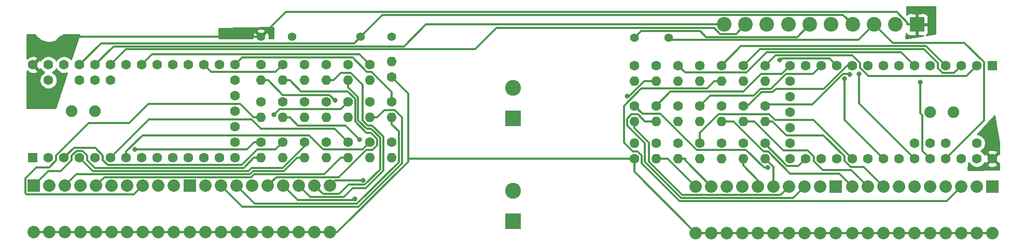
<source format=gtl>
G04 #@! TF.GenerationSoftware,KiCad,Pcbnew,5.1.4+dfsg1-1*
G04 #@! TF.CreationDate,2020-03-13T14:03:12-04:00*
G04 #@! TF.ProjectId,led_panel,6c65645f-7061-46e6-956c-2e6b69636164,rev?*
G04 #@! TF.SameCoordinates,Original*
G04 #@! TF.FileFunction,Copper,L1,Top*
G04 #@! TF.FilePolarity,Positive*
%FSLAX46Y46*%
G04 Gerber Fmt 4.6, Leading zero omitted, Abs format (unit mm)*
G04 Created by KiCad (PCBNEW 5.1.4+dfsg1-1) date 2020-03-13 14:03:12*
%MOMM*%
%LPD*%
G04 APERTURE LIST*
%ADD10C,2.032000*%
%ADD11R,2.032000X2.032000*%
%ADD12C,1.900000*%
%ADD13R,1.600000X1.600000*%
%ADD14C,1.600000*%
%ADD15O,1.600000X1.600000*%
%ADD16C,1.400000*%
%ADD17C,2.400000*%
%ADD18R,2.400000X2.400000*%
%ADD19C,2.600000*%
%ADD20R,2.600000X2.600000*%
%ADD21C,0.800000*%
%ADD22C,0.300000*%
%ADD23C,0.254000*%
G04 APERTURE END LIST*
D10*
X185547000Y-59436000D03*
X183007000Y-59436000D03*
X180467000Y-59436000D03*
X177927000Y-59436000D03*
X165227000Y-51816000D03*
X162687000Y-51816000D03*
X162687000Y-59436000D03*
X165227000Y-59436000D03*
X167767000Y-51816000D03*
X170307000Y-51816000D03*
X172847000Y-51816000D03*
X175387000Y-51816000D03*
X175387000Y-59436000D03*
X172847000Y-59436000D03*
X170307000Y-59436000D03*
X167767000Y-59436000D03*
X177927000Y-51816000D03*
X180467000Y-51816000D03*
X183007000Y-51816000D03*
D11*
X185547000Y-51816000D03*
D10*
X160020000Y-59436000D03*
X157480000Y-59436000D03*
X154940000Y-59436000D03*
X152400000Y-59436000D03*
X139700000Y-51816000D03*
X137160000Y-51816000D03*
X137160000Y-59436000D03*
X139700000Y-59436000D03*
X142240000Y-51816000D03*
X144780000Y-51816000D03*
X147320000Y-51816000D03*
X149860000Y-51816000D03*
X149860000Y-59436000D03*
X147320000Y-59436000D03*
X144780000Y-59436000D03*
X142240000Y-59436000D03*
X152400000Y-51816000D03*
X154940000Y-51816000D03*
X157480000Y-51816000D03*
D11*
X160020000Y-51816000D03*
D10*
X54610000Y-59309000D03*
X57150000Y-59309000D03*
X59690000Y-59309000D03*
X62230000Y-59309000D03*
X74930000Y-51689000D03*
X77470000Y-51689000D03*
X77470000Y-59309000D03*
X74930000Y-59309000D03*
X72390000Y-51689000D03*
X69850000Y-51689000D03*
X67310000Y-51689000D03*
X64770000Y-51689000D03*
X64770000Y-59309000D03*
X67310000Y-59309000D03*
X69850000Y-59309000D03*
X72390000Y-59309000D03*
X62230000Y-51689000D03*
X59690000Y-51689000D03*
X57150000Y-51689000D03*
D11*
X54610000Y-51689000D03*
D10*
X29083000Y-59309000D03*
X31623000Y-59309000D03*
X34163000Y-59309000D03*
X36703000Y-59309000D03*
X49403000Y-51689000D03*
X51943000Y-51689000D03*
X51943000Y-59309000D03*
X49403000Y-59309000D03*
X46863000Y-51689000D03*
X44323000Y-51689000D03*
X41783000Y-51689000D03*
X39243000Y-51689000D03*
X39243000Y-59309000D03*
X41783000Y-59309000D03*
X44323000Y-59309000D03*
X46863000Y-59309000D03*
X36703000Y-51689000D03*
X34163000Y-51689000D03*
X31623000Y-51689000D03*
D11*
X29083000Y-51689000D03*
D12*
X35306000Y-39497000D03*
X39116000Y-39497000D03*
D13*
X28956000Y-47117000D03*
D14*
X31496000Y-47117000D03*
X34036000Y-47117000D03*
X36576000Y-47117000D03*
X39116000Y-47117000D03*
X41656000Y-47117000D03*
X44196000Y-47117000D03*
X46736000Y-47117000D03*
X49276000Y-47117000D03*
X51816000Y-47117000D03*
X54356000Y-47117000D03*
X56896000Y-47117000D03*
X59436000Y-47117000D03*
X41656000Y-34417000D03*
X39116000Y-34417000D03*
X36576000Y-34417000D03*
X31496000Y-34417000D03*
X28956000Y-31877000D03*
X31496000Y-31877000D03*
X34036000Y-31877000D03*
X36576000Y-31877000D03*
X39116000Y-31877000D03*
X41656000Y-31877000D03*
X44196000Y-31877000D03*
X46736000Y-31877000D03*
X49276000Y-31877000D03*
X51816000Y-31877000D03*
X54356000Y-31877000D03*
X56896000Y-31877000D03*
X59436000Y-31877000D03*
X61976000Y-47117000D03*
X61976000Y-44577000D03*
X61976000Y-42037000D03*
X61976000Y-31877000D03*
X61976000Y-34417000D03*
X61976000Y-36957000D03*
X61976000Y-39497000D03*
D12*
X179197000Y-39624000D03*
X175387000Y-39624000D03*
D13*
X185547000Y-32004000D03*
D14*
X183007000Y-32004000D03*
X180467000Y-32004000D03*
X177927000Y-32004000D03*
X175387000Y-32004000D03*
X172847000Y-32004000D03*
X170307000Y-32004000D03*
X167767000Y-32004000D03*
X165227000Y-32004000D03*
X162687000Y-32004000D03*
X160147000Y-32004000D03*
X157607000Y-32004000D03*
X155067000Y-32004000D03*
X172847000Y-44704000D03*
X175387000Y-44704000D03*
X177927000Y-44704000D03*
X183007000Y-44704000D03*
X185547000Y-47244000D03*
X183007000Y-47244000D03*
X180467000Y-47244000D03*
X177927000Y-47244000D03*
X175387000Y-47244000D03*
X172847000Y-47244000D03*
X170307000Y-47244000D03*
X167767000Y-47244000D03*
X165227000Y-47244000D03*
X162687000Y-47244000D03*
X160147000Y-47244000D03*
X157607000Y-47244000D03*
X155067000Y-47244000D03*
X152527000Y-32004000D03*
X152527000Y-34544000D03*
X152527000Y-37084000D03*
X152527000Y-47244000D03*
X152527000Y-44704000D03*
X152527000Y-42164000D03*
X152527000Y-39624000D03*
D15*
X127127000Y-44704000D03*
D14*
X127127000Y-47244000D03*
D15*
X76835000Y-40513000D03*
D14*
X76835000Y-37973000D03*
D15*
X130683000Y-47244000D03*
D14*
X130683000Y-44704000D03*
D15*
X134239000Y-47244000D03*
D14*
X134239000Y-44704000D03*
D15*
X137795000Y-47244000D03*
D14*
X137795000Y-44704000D03*
D15*
X141351000Y-47244000D03*
D14*
X141351000Y-44704000D03*
D15*
X144907000Y-47244000D03*
D14*
X144907000Y-44704000D03*
D15*
X148463000Y-47244000D03*
D14*
X148463000Y-44704000D03*
D15*
X127127000Y-41148000D03*
D14*
X127127000Y-38608000D03*
D15*
X130683000Y-41148000D03*
D14*
X130683000Y-38608000D03*
D15*
X134239000Y-41148000D03*
D14*
X134239000Y-38608000D03*
D15*
X137795000Y-41148000D03*
D14*
X137795000Y-38608000D03*
D15*
X141351000Y-41148000D03*
D14*
X141351000Y-38608000D03*
D15*
X144907000Y-41148000D03*
D14*
X144907000Y-38608000D03*
D15*
X148463000Y-41148000D03*
D14*
X148463000Y-38608000D03*
D15*
X127127000Y-34544000D03*
D14*
X127127000Y-32004000D03*
D15*
X130683000Y-34544000D03*
D14*
X130683000Y-32004000D03*
D15*
X134239000Y-34544000D03*
D14*
X134239000Y-32004000D03*
D15*
X137795000Y-34544000D03*
D14*
X137795000Y-32004000D03*
D15*
X141351000Y-34544000D03*
D14*
X141351000Y-32004000D03*
D15*
X144907000Y-34544000D03*
D14*
X144907000Y-32004000D03*
D15*
X148463000Y-34544000D03*
D14*
X148463000Y-32004000D03*
D15*
X87503000Y-31369000D03*
D14*
X87503000Y-33909000D03*
D15*
X83947000Y-34417000D03*
D14*
X83947000Y-31877000D03*
D15*
X80391000Y-34417000D03*
D14*
X80391000Y-31877000D03*
D15*
X76835000Y-34417000D03*
D14*
X76835000Y-31877000D03*
D15*
X73279000Y-34417000D03*
D14*
X73279000Y-31877000D03*
D15*
X69723000Y-34417000D03*
D14*
X69723000Y-31877000D03*
D15*
X66167000Y-34417000D03*
D14*
X66167000Y-31877000D03*
D15*
X87503000Y-40513000D03*
D14*
X87503000Y-37973000D03*
D15*
X83947000Y-40513000D03*
D14*
X83947000Y-37973000D03*
D15*
X80391000Y-40513000D03*
D14*
X80391000Y-37973000D03*
D15*
X73279000Y-40513000D03*
D14*
X73279000Y-37973000D03*
D15*
X69723000Y-40513000D03*
D14*
X69723000Y-37973000D03*
D15*
X66167000Y-40513000D03*
D14*
X66167000Y-37973000D03*
D15*
X87503000Y-47117000D03*
D14*
X87503000Y-44577000D03*
D15*
X83947000Y-47117000D03*
D14*
X83947000Y-44577000D03*
D15*
X80391000Y-47117000D03*
D14*
X80391000Y-44577000D03*
D15*
X76835000Y-47117000D03*
D14*
X76835000Y-44577000D03*
D15*
X73279000Y-47117000D03*
D14*
X73279000Y-44577000D03*
D15*
X69723000Y-47117000D03*
D14*
X69723000Y-44577000D03*
D15*
X66167000Y-47117000D03*
D14*
X66167000Y-44577000D03*
D16*
X132715000Y-27432000D03*
X82423000Y-27305000D03*
X127127000Y-27432000D03*
X87503000Y-27305000D03*
D17*
X141758000Y-25273000D03*
X145258000Y-25273000D03*
X148758000Y-25273000D03*
X152258000Y-25273000D03*
X155758000Y-25273000D03*
X159258000Y-25273000D03*
X162758000Y-25273000D03*
X166258000Y-25273000D03*
X169758000Y-25273000D03*
D18*
X173258000Y-25273000D03*
D16*
X71247000Y-27305000D03*
D19*
X107315000Y-52531000D03*
D20*
X107315000Y-57531000D03*
D19*
X107315000Y-35640000D03*
D20*
X107315000Y-40640000D03*
D16*
X66167000Y-27305000D03*
D21*
X82296400Y-44134900D03*
X82809800Y-50785800D03*
X81538300Y-53885900D03*
X78238000Y-37727200D03*
X125935600Y-37044100D03*
X173751300Y-34737600D03*
X163804500Y-33416300D03*
X45603500Y-45769300D03*
X68320400Y-40064900D03*
X162273700Y-33443000D03*
X150856900Y-31125900D03*
X148883300Y-48746800D03*
X161439300Y-34178200D03*
D22*
X171707700Y-25273000D02*
X171707700Y-24982300D01*
X171707700Y-24982300D02*
X169943000Y-23217600D01*
X169943000Y-23217600D02*
X70254400Y-23217600D01*
X70254400Y-23217600D02*
X66167000Y-27305000D01*
X173258000Y-25273000D02*
X171707700Y-25273000D01*
X66167000Y-27305000D02*
X33528000Y-27305000D01*
X33528000Y-27305000D02*
X28956000Y-31877000D01*
X77470000Y-59309000D02*
X78646800Y-59309000D01*
X78646800Y-59309000D02*
X90204600Y-47751200D01*
X90204600Y-47751200D02*
X90204600Y-47244000D01*
X90204600Y-47244000D02*
X90204600Y-36610600D01*
X90204600Y-36610600D02*
X87503000Y-33909000D01*
X127127000Y-47244000D02*
X90204600Y-47244000D01*
X127127000Y-47244000D02*
X127127000Y-49403000D01*
X127127000Y-49403000D02*
X137160000Y-59436000D01*
X74930000Y-59309000D02*
X77470000Y-59309000D01*
X72390000Y-59309000D02*
X74930000Y-59309000D01*
X69850000Y-59309000D02*
X72390000Y-59309000D01*
X57150000Y-59309000D02*
X59690000Y-59309000D01*
X54610000Y-59309000D02*
X57150000Y-59309000D01*
X51943000Y-59309000D02*
X54610000Y-59309000D01*
X162687000Y-59436000D02*
X165227000Y-59436000D01*
X160020000Y-59436000D02*
X162687000Y-59436000D01*
X49403000Y-59309000D02*
X51943000Y-59309000D01*
X139700000Y-59436000D02*
X142240000Y-59436000D01*
X137160000Y-59436000D02*
X139700000Y-59436000D01*
X142240000Y-59436000D02*
X144780000Y-59436000D01*
X67310000Y-59309000D02*
X69850000Y-59309000D01*
X46863000Y-59309000D02*
X44323000Y-59309000D01*
X49403000Y-59309000D02*
X46863000Y-59309000D01*
X31623000Y-59309000D02*
X29083000Y-59309000D01*
X157480000Y-59436000D02*
X160020000Y-59436000D01*
X154940000Y-59436000D02*
X157480000Y-59436000D01*
X152400000Y-59436000D02*
X154940000Y-59436000D01*
X149860000Y-59436000D02*
X152400000Y-59436000D01*
X147320000Y-59436000D02*
X149860000Y-59436000D01*
X144780000Y-59436000D02*
X147320000Y-59436000D01*
X183007000Y-59436000D02*
X185547000Y-59436000D01*
X180467000Y-59436000D02*
X183007000Y-59436000D01*
X177927000Y-59436000D02*
X180467000Y-59436000D01*
X175387000Y-59436000D02*
X177927000Y-59436000D01*
X172847000Y-59436000D02*
X175387000Y-59436000D01*
X167767000Y-59436000D02*
X165227000Y-59436000D01*
X170307000Y-59436000D02*
X167767000Y-59436000D01*
X170307000Y-59436000D02*
X172847000Y-59436000D01*
X62230000Y-59309000D02*
X59690000Y-59309000D01*
X64770000Y-59309000D02*
X62230000Y-59309000D01*
X67310000Y-59309000D02*
X64770000Y-59309000D01*
X34163000Y-59309000D02*
X31623000Y-59309000D01*
X36703000Y-59309000D02*
X34163000Y-59309000D01*
X39243000Y-59309000D02*
X36703000Y-59309000D01*
X41783000Y-59309000D02*
X39243000Y-59309000D01*
X44323000Y-59309000D02*
X41783000Y-59309000D01*
X82296400Y-44134900D02*
X80013200Y-41851700D01*
X80013200Y-41851700D02*
X72212000Y-41851700D01*
X72212000Y-41851700D02*
X70873300Y-40513000D01*
X69723000Y-40513000D02*
X70873300Y-40513000D01*
X66167000Y-40513000D02*
X65016700Y-40513000D01*
X46863000Y-51689000D02*
X45470800Y-53081200D01*
X45470800Y-53081200D02*
X27888000Y-53081200D01*
X27888000Y-53081200D02*
X27716600Y-52909800D01*
X27716600Y-52909800D02*
X27716600Y-50492200D01*
X27716600Y-50492200D02*
X29522800Y-48686000D01*
X29522800Y-48686000D02*
X31610300Y-48686000D01*
X31610300Y-48686000D02*
X32766000Y-47530300D01*
X32766000Y-47530300D02*
X32766000Y-46749500D01*
X32766000Y-46749500D02*
X38075000Y-41440500D01*
X38075000Y-41440500D02*
X44698000Y-41440500D01*
X44698000Y-41440500D02*
X47840600Y-38297900D01*
X47840600Y-38297900D02*
X62801600Y-38297900D01*
X62801600Y-38297900D02*
X65016700Y-40513000D01*
X39243000Y-51689000D02*
X40609700Y-50322300D01*
X40609700Y-50322300D02*
X64596900Y-50322300D01*
X64596900Y-50322300D02*
X65096900Y-49822300D01*
X65096900Y-49822300D02*
X76535400Y-49822300D01*
X76535400Y-49822300D02*
X79240700Y-47117000D01*
X80391000Y-47117000D02*
X79240700Y-47117000D01*
X34163000Y-51689000D02*
X36030000Y-49822000D01*
X36030000Y-49822000D02*
X64389700Y-49822000D01*
X64389700Y-49822000D02*
X64889800Y-49321900D01*
X64889800Y-49321900D02*
X69923800Y-49321900D01*
X69923800Y-49321900D02*
X72128700Y-47117000D01*
X73279000Y-47117000D02*
X72128700Y-47117000D01*
X29083000Y-51689000D02*
X31466000Y-49306000D01*
X31466000Y-49306000D02*
X33531300Y-49306000D01*
X33531300Y-49306000D02*
X35306000Y-47531300D01*
X35306000Y-47531300D02*
X35306000Y-46755100D01*
X35306000Y-46755100D02*
X36097300Y-45963800D01*
X36097300Y-45963800D02*
X37069400Y-45963800D01*
X37069400Y-45963800D02*
X37846000Y-46740400D01*
X37846000Y-46740400D02*
X37846000Y-47561900D01*
X37846000Y-47561900D02*
X39053300Y-48769200D01*
X39053300Y-48769200D02*
X63364500Y-48769200D01*
X63364500Y-48769200D02*
X65016700Y-47117000D01*
X66167000Y-47117000D02*
X65016700Y-47117000D01*
X74930000Y-51689000D02*
X76296500Y-53055500D01*
X76296500Y-53055500D02*
X78928300Y-53055500D01*
X78928300Y-53055500D02*
X80447700Y-51536100D01*
X80447700Y-51536100D02*
X83120600Y-51536100D01*
X83120600Y-51536100D02*
X85612300Y-49044400D01*
X85612300Y-49044400D02*
X85612300Y-43824800D01*
X85612300Y-43824800D02*
X84118000Y-42330500D01*
X84118000Y-42330500D02*
X83410500Y-42330500D01*
X83410500Y-42330500D02*
X82045900Y-40965900D01*
X82045900Y-40965900D02*
X82045900Y-37222200D01*
X82045900Y-37222200D02*
X80391000Y-35567300D01*
X80391000Y-34417000D02*
X80391000Y-35567300D01*
X77470000Y-51689000D02*
X78306900Y-50852100D01*
X78306900Y-50852100D02*
X82743500Y-50852100D01*
X82743500Y-50852100D02*
X82809800Y-50785800D01*
X72390000Y-51689000D02*
X74256900Y-53555900D01*
X74256900Y-53555900D02*
X79739200Y-53555900D01*
X79739200Y-53555900D02*
X81181700Y-52113400D01*
X81181700Y-52113400D02*
X83250800Y-52113400D01*
X83250800Y-52113400D02*
X86112600Y-49251600D01*
X86112600Y-49251600D02*
X86112600Y-43617600D01*
X86112600Y-43617600D02*
X84325200Y-41830200D01*
X84325200Y-41830200D02*
X83617900Y-41830200D01*
X83617900Y-41830200D02*
X82796600Y-41008900D01*
X82796600Y-41008900D02*
X82796600Y-35191300D01*
X82796600Y-35191300D02*
X80831700Y-33226400D01*
X80831700Y-33226400D02*
X79175900Y-33226400D01*
X79175900Y-33226400D02*
X77985300Y-34417000D01*
X76835000Y-34417000D02*
X77985300Y-34417000D01*
X69850000Y-51689000D02*
X72217500Y-54056500D01*
X72217500Y-54056500D02*
X81367700Y-54056500D01*
X81367700Y-54056500D02*
X81538300Y-53885900D01*
X67310000Y-51689000D02*
X68676300Y-50322700D01*
X68676300Y-50322700D02*
X78909000Y-50322700D01*
X78909000Y-50322700D02*
X83384700Y-45847000D01*
X83384700Y-45847000D02*
X84356400Y-45847000D01*
X84356400Y-45847000D02*
X85112000Y-45091400D01*
X85112000Y-45091400D02*
X85112000Y-44032000D01*
X85112000Y-44032000D02*
X84087800Y-43007800D01*
X84087800Y-43007800D02*
X83344700Y-43007800D01*
X83344700Y-43007800D02*
X81545500Y-41208600D01*
X81545500Y-41208600D02*
X81545500Y-37429500D01*
X81545500Y-37429500D02*
X80347000Y-36231000D01*
X80347000Y-36231000D02*
X72687300Y-36231000D01*
X72687300Y-36231000D02*
X70873300Y-34417000D01*
X69723000Y-34417000D02*
X70873300Y-34417000D01*
X78238000Y-37727200D02*
X77333400Y-36822600D01*
X77333400Y-36822600D02*
X69722900Y-36822600D01*
X69722900Y-36822600D02*
X67317300Y-34417000D01*
X66167000Y-34417000D02*
X67317300Y-34417000D01*
X87503000Y-40513000D02*
X87503000Y-41663300D01*
X87503000Y-41663300D02*
X88653400Y-42813700D01*
X88653400Y-42813700D02*
X88653400Y-47831900D01*
X88653400Y-47831900D02*
X81849100Y-54636200D01*
X81849100Y-54636200D02*
X65177200Y-54636200D01*
X65177200Y-54636200D02*
X62230000Y-51689000D01*
X59690000Y-51689000D02*
X63140800Y-55139800D01*
X63140800Y-55139800D02*
X82053000Y-55139800D01*
X82053000Y-55139800D02*
X89204100Y-47988700D01*
X89204100Y-47988700D02*
X89204100Y-40503700D01*
X89204100Y-40503700D02*
X88022200Y-39321800D01*
X88022200Y-39321800D02*
X86288500Y-39321800D01*
X86288500Y-39321800D02*
X85097300Y-40513000D01*
X83947000Y-40513000D02*
X85097300Y-40513000D01*
X165227000Y-51816000D02*
X162561100Y-49150100D01*
X162561100Y-49150100D02*
X157880200Y-49150100D01*
X157880200Y-49150100D02*
X156456600Y-47726500D01*
X156456600Y-47726500D02*
X156456600Y-46945300D01*
X156456600Y-46945300D02*
X155398000Y-45886700D01*
X155398000Y-45886700D02*
X151401300Y-45886700D01*
X151401300Y-45886700D02*
X146662600Y-41148000D01*
X146662600Y-41148000D02*
X144907000Y-41148000D01*
X141351000Y-41148000D02*
X143275900Y-41148000D01*
X143275900Y-41148000D02*
X148221500Y-46093600D01*
X148221500Y-46093600D02*
X148939700Y-46093600D01*
X148939700Y-46093600D02*
X152529100Y-49683000D01*
X152529100Y-49683000D02*
X160554000Y-49683000D01*
X160554000Y-49683000D02*
X162687000Y-51816000D01*
X149613300Y-41148000D02*
X151899300Y-43434000D01*
X151899300Y-43434000D02*
X157968600Y-43434000D01*
X157968600Y-43434000D02*
X161417000Y-46882400D01*
X161417000Y-46882400D02*
X161417000Y-47602600D01*
X161417000Y-47602600D02*
X162446900Y-48632500D01*
X162446900Y-48632500D02*
X164583500Y-48632500D01*
X164583500Y-48632500D02*
X167767000Y-51816000D01*
X148463000Y-41148000D02*
X149613300Y-41148000D01*
X125935600Y-37044100D02*
X126271300Y-37044100D01*
X126271300Y-37044100D02*
X128771400Y-34544000D01*
X128771400Y-34544000D02*
X130683000Y-34544000D01*
X180467000Y-51816000D02*
X178082100Y-54200900D01*
X178082100Y-54200900D02*
X134471400Y-54200900D01*
X134471400Y-54200900D02*
X128323200Y-48052700D01*
X128323200Y-48052700D02*
X128323200Y-46768400D01*
X128323200Y-46768400D02*
X127648400Y-46093600D01*
X127648400Y-46093600D02*
X126875200Y-46093600D01*
X126875200Y-46093600D02*
X125397500Y-44615900D01*
X125397500Y-44615900D02*
X125397500Y-38643300D01*
X125397500Y-38643300D02*
X128258400Y-35782400D01*
X128258400Y-35782400D02*
X128258400Y-35782300D01*
X128258400Y-35782300D02*
X138962400Y-35782300D01*
X138962400Y-35782300D02*
X140200700Y-34544000D01*
X141351000Y-34544000D02*
X140200700Y-34544000D01*
X134239000Y-47244000D02*
X135389300Y-47244000D01*
X139700000Y-51816000D02*
X135389300Y-47505300D01*
X135389300Y-47505300D02*
X135389300Y-47244000D01*
X137160000Y-51816000D02*
X132588000Y-47244000D01*
X132588000Y-47244000D02*
X131833300Y-47244000D01*
X130683000Y-47244000D02*
X131833300Y-47244000D01*
X144907000Y-47244000D02*
X144907000Y-48394300D01*
X147320000Y-51816000D02*
X147320000Y-50807300D01*
X147320000Y-50807300D02*
X144907000Y-48394300D01*
X149860000Y-51816000D02*
X149860000Y-48641000D01*
X149860000Y-48641000D02*
X148463000Y-47244000D01*
X127127000Y-41148000D02*
X127127000Y-42298300D01*
X152400000Y-51816000D02*
X151033600Y-53182400D01*
X151033600Y-53182400D02*
X134930500Y-53182400D01*
X134930500Y-53182400D02*
X129497500Y-47749400D01*
X129497500Y-47749400D02*
X129497500Y-44668800D01*
X129497500Y-44668800D02*
X127127000Y-42298300D01*
X154940000Y-51816000D02*
X153066100Y-53689900D01*
X153066100Y-53689900D02*
X134730300Y-53689900D01*
X134730300Y-53689900D02*
X128823600Y-47783200D01*
X128823600Y-47783200D02*
X128823600Y-44734500D01*
X128823600Y-44734500D02*
X125927800Y-41838700D01*
X125927800Y-41838700D02*
X125927800Y-40716300D01*
X125927800Y-40716300D02*
X126652100Y-39992000D01*
X126652100Y-39992000D02*
X127700700Y-39992000D01*
X127700700Y-39992000D02*
X128856700Y-41148000D01*
X128856700Y-41148000D02*
X130683000Y-41148000D01*
X127127000Y-27432000D02*
X128195200Y-26363800D01*
X128195200Y-26363800D02*
X137846300Y-26363800D01*
X137846300Y-26363800D02*
X138813600Y-27331100D01*
X138813600Y-27331100D02*
X153699900Y-27331100D01*
X153699900Y-27331100D02*
X155758000Y-25273000D01*
X141758000Y-25273000D02*
X93081900Y-25273000D01*
X93081900Y-25273000D02*
X89499200Y-28855700D01*
X89499200Y-28855700D02*
X42137300Y-28855700D01*
X42137300Y-28855700D02*
X39116000Y-31877000D01*
X41656000Y-31877000D02*
X44176200Y-29356800D01*
X44176200Y-29356800D02*
X101134700Y-29356800D01*
X101134700Y-29356800D02*
X104642100Y-25849400D01*
X104642100Y-25849400D02*
X140141800Y-25849400D01*
X140141800Y-25849400D02*
X141123100Y-26830700D01*
X141123100Y-26830700D02*
X143700300Y-26830700D01*
X143700300Y-26830700D02*
X145258000Y-25273000D01*
X173751300Y-34737600D02*
X173751300Y-39827400D01*
X173751300Y-39827400D02*
X174117000Y-40193100D01*
X174117000Y-40193100D02*
X174117000Y-45974000D01*
X174117000Y-45974000D02*
X175387000Y-47244000D01*
X172847000Y-47244000D02*
X163804500Y-38201500D01*
X163804500Y-38201500D02*
X163804500Y-33416300D01*
X82423000Y-27305000D02*
X81372700Y-28355300D01*
X81372700Y-28355300D02*
X40097700Y-28355300D01*
X40097700Y-28355300D02*
X36576000Y-31877000D01*
X162758000Y-25273000D02*
X161206500Y-23721500D01*
X161206500Y-23721500D02*
X86006500Y-23721500D01*
X86006500Y-23721500D02*
X82423000Y-27305000D01*
X166258000Y-25273000D02*
X169286100Y-28301100D01*
X169286100Y-28301100D02*
X180995100Y-28301100D01*
X180995100Y-28301100D02*
X184162500Y-31468500D01*
X184162500Y-31468500D02*
X184162500Y-41008500D01*
X184162500Y-41008500D02*
X177927000Y-47244000D01*
X166258000Y-25273000D02*
X163699600Y-27831400D01*
X163699600Y-27831400D02*
X133114400Y-27831400D01*
X133114400Y-27831400D02*
X132715000Y-27432000D01*
X66167000Y-44577000D02*
X65071100Y-44577000D01*
X65071100Y-44577000D02*
X63878800Y-45769300D01*
X63878800Y-45769300D02*
X45603500Y-45769300D01*
X69723000Y-44577000D02*
X68572600Y-45727400D01*
X68572600Y-45727400D02*
X65595900Y-45727400D01*
X65595900Y-45727400D02*
X63054500Y-48268800D01*
X63054500Y-48268800D02*
X41169800Y-48268800D01*
X41169800Y-48268800D02*
X40386000Y-47485000D01*
X40386000Y-47485000D02*
X40386000Y-46725700D01*
X40386000Y-46725700D02*
X39123700Y-45463400D01*
X39123700Y-45463400D02*
X35689600Y-45463400D01*
X35689600Y-45463400D02*
X34036000Y-47117000D01*
X36576000Y-47117000D02*
X38780700Y-49321700D01*
X38780700Y-49321700D02*
X64182500Y-49321700D01*
X64182500Y-49321700D02*
X64682800Y-48821400D01*
X64682800Y-48821400D02*
X69716600Y-48821400D01*
X69716600Y-48821400D02*
X73279000Y-45259000D01*
X73279000Y-45259000D02*
X73279000Y-44577000D01*
X80391000Y-44577000D02*
X78166100Y-42352100D01*
X78166100Y-42352100D02*
X66148100Y-42352100D01*
X66148100Y-42352100D02*
X64662100Y-40866100D01*
X64662100Y-40866100D02*
X47906900Y-40866100D01*
X47906900Y-40866100D02*
X41656000Y-47117000D01*
X44196000Y-47117000D02*
X44196000Y-46103400D01*
X44196000Y-46103400D02*
X46872800Y-43426600D01*
X46872800Y-43426600D02*
X74012600Y-43426600D01*
X74012600Y-43426600D02*
X76317800Y-45731800D01*
X76317800Y-45731800D02*
X82792200Y-45731800D01*
X82792200Y-45731800D02*
X83947000Y-44577000D01*
X80391000Y-37973000D02*
X79240600Y-39123400D01*
X79240600Y-39123400D02*
X69261900Y-39123400D01*
X69261900Y-39123400D02*
X68320400Y-40064900D01*
X61976000Y-31877000D02*
X63151400Y-30701600D01*
X63151400Y-30701600D02*
X81137800Y-30701600D01*
X81137800Y-30701600D02*
X83463500Y-33027300D01*
X83463500Y-33027300D02*
X84184300Y-33027300D01*
X84184300Y-33027300D02*
X87503000Y-36346000D01*
X87503000Y-36346000D02*
X87503000Y-37973000D01*
X69723000Y-31877000D02*
X68563800Y-33036200D01*
X68563800Y-33036200D02*
X58055200Y-33036200D01*
X58055200Y-33036200D02*
X56896000Y-31877000D01*
X83947000Y-31877000D02*
X82257600Y-30187600D01*
X82257600Y-30187600D02*
X48425400Y-30187600D01*
X48425400Y-30187600D02*
X46736000Y-31877000D01*
X148463000Y-32004000D02*
X150122900Y-30344100D01*
X150122900Y-30344100D02*
X162656900Y-30344100D01*
X162656900Y-30344100D02*
X163957000Y-31644200D01*
X163957000Y-31644200D02*
X163957000Y-32363500D01*
X163957000Y-32363500D02*
X165283500Y-33690000D01*
X165283500Y-33690000D02*
X181321000Y-33690000D01*
X181321000Y-33690000D02*
X183007000Y-32004000D01*
X144907000Y-32004000D02*
X147582700Y-29328300D01*
X147582700Y-29328300D02*
X174348500Y-29328300D01*
X174348500Y-29328300D02*
X176657100Y-31636900D01*
X176657100Y-31636900D02*
X176657100Y-32413400D01*
X176657100Y-32413400D02*
X177433400Y-33189700D01*
X177433400Y-33189700D02*
X179281300Y-33189700D01*
X179281300Y-33189700D02*
X180467000Y-32004000D01*
X177927000Y-32004000D02*
X174751000Y-28828000D01*
X174751000Y-28828000D02*
X144527000Y-28828000D01*
X144527000Y-28828000D02*
X141351000Y-32004000D01*
X134239000Y-32004000D02*
X135393900Y-33158900D01*
X135393900Y-33158900D02*
X145396500Y-33158900D01*
X145396500Y-33158900D02*
X148726700Y-29828700D01*
X148726700Y-29828700D02*
X170671700Y-29828700D01*
X170671700Y-29828700D02*
X172847000Y-32004000D01*
X148463000Y-38608000D02*
X148717000Y-38354000D01*
X148717000Y-38354000D02*
X156202500Y-38354000D01*
X156202500Y-38354000D02*
X161165500Y-33391000D01*
X161165500Y-33391000D02*
X162221700Y-33391000D01*
X162221700Y-33391000D02*
X162273700Y-33443000D01*
X144907000Y-38608000D02*
X145614500Y-38608000D01*
X145614500Y-38608000D02*
X147847600Y-36374900D01*
X147847600Y-36374900D02*
X149656500Y-36374900D01*
X149656500Y-36374900D02*
X150217400Y-35814000D01*
X150217400Y-35814000D02*
X158035000Y-35814000D01*
X158035000Y-35814000D02*
X161845000Y-32004000D01*
X161845000Y-32004000D02*
X162687000Y-32004000D01*
X150856900Y-31125900D02*
X151138400Y-30844400D01*
X151138400Y-30844400D02*
X158987400Y-30844400D01*
X158987400Y-30844400D02*
X160147000Y-32004000D01*
X137795000Y-38608000D02*
X139502500Y-36900500D01*
X139502500Y-36900500D02*
X146614500Y-36900500D01*
X146614500Y-36900500D02*
X147701000Y-35814000D01*
X147701000Y-35814000D02*
X149424700Y-35814000D01*
X149424700Y-35814000D02*
X151884900Y-33353800D01*
X151884900Y-33353800D02*
X156257200Y-33353800D01*
X156257200Y-33353800D02*
X157607000Y-32004000D01*
X152527000Y-32004000D02*
X151178600Y-33352400D01*
X151178600Y-33352400D02*
X147805500Y-33352400D01*
X147805500Y-33352400D02*
X144875200Y-36282700D01*
X144875200Y-36282700D02*
X133008300Y-36282700D01*
X133008300Y-36282700D02*
X130683000Y-38608000D01*
X127127000Y-38608000D02*
X128450200Y-39931200D01*
X128450200Y-39931200D02*
X131363600Y-39931200D01*
X131363600Y-39931200D02*
X137286800Y-45854400D01*
X137286800Y-45854400D02*
X145365500Y-45854400D01*
X145365500Y-45854400D02*
X148257900Y-48746800D01*
X148257900Y-48746800D02*
X148883300Y-48746800D01*
X155067000Y-47244000D02*
X153896700Y-48414300D01*
X153896700Y-48414300D02*
X152064300Y-48414300D01*
X152064300Y-48414300D02*
X148463000Y-44813000D01*
X148463000Y-44813000D02*
X148463000Y-44704000D01*
X137795000Y-44704000D02*
X137795000Y-43056700D01*
X137795000Y-43056700D02*
X140878500Y-39973200D01*
X140878500Y-39973200D02*
X149146200Y-39973200D01*
X149146200Y-39973200D02*
X150067000Y-40894000D01*
X150067000Y-40894000D02*
X156337000Y-40894000D01*
X156337000Y-40894000D02*
X162687000Y-47244000D01*
X161439300Y-34178200D02*
X161439300Y-40916300D01*
X161439300Y-40916300D02*
X167767000Y-47244000D01*
D23*
G36*
X29459750Y-27175334D02*
G01*
X29847666Y-27563250D01*
X30303808Y-27868035D01*
X30810646Y-28077974D01*
X31348701Y-28185000D01*
X31897299Y-28185000D01*
X32435354Y-28077974D01*
X32942192Y-27868035D01*
X33398334Y-27563250D01*
X33786250Y-27175334D01*
X33954186Y-26924000D01*
X36529085Y-26924000D01*
X35210081Y-31051206D01*
X35150637Y-30962241D01*
X34950759Y-30762363D01*
X34715727Y-30605320D01*
X34454574Y-30497147D01*
X34177335Y-30442000D01*
X33894665Y-30442000D01*
X33617426Y-30497147D01*
X33356273Y-30605320D01*
X33121241Y-30762363D01*
X32921363Y-30962241D01*
X32766000Y-31194759D01*
X32610637Y-30962241D01*
X32410759Y-30762363D01*
X32175727Y-30605320D01*
X31914574Y-30497147D01*
X31637335Y-30442000D01*
X31354665Y-30442000D01*
X31077426Y-30497147D01*
X30816273Y-30605320D01*
X30581241Y-30762363D01*
X30381363Y-30962241D01*
X30225085Y-31196128D01*
X30192671Y-31135486D01*
X29948702Y-31063903D01*
X29135605Y-31877000D01*
X29948702Y-32690097D01*
X30192671Y-32618514D01*
X30223194Y-32554008D01*
X30224320Y-32556727D01*
X30381363Y-32791759D01*
X30581241Y-32991637D01*
X30813759Y-33147000D01*
X30581241Y-33302363D01*
X30381363Y-33502241D01*
X30224320Y-33737273D01*
X30116147Y-33998426D01*
X30061000Y-34275665D01*
X30061000Y-34558335D01*
X30116147Y-34835574D01*
X30224320Y-35096727D01*
X30381363Y-35331759D01*
X30581241Y-35531637D01*
X30816273Y-35688680D01*
X31077426Y-35796853D01*
X31354665Y-35852000D01*
X31637335Y-35852000D01*
X31914574Y-35796853D01*
X32175727Y-35688680D01*
X32410759Y-35531637D01*
X32610637Y-35331759D01*
X32767680Y-35096727D01*
X32875853Y-34835574D01*
X32931000Y-34558335D01*
X32931000Y-34275665D01*
X32875853Y-33998426D01*
X32767680Y-33737273D01*
X32610637Y-33502241D01*
X32410759Y-33302363D01*
X32178241Y-33147000D01*
X32410759Y-32991637D01*
X32610637Y-32791759D01*
X32766000Y-32559241D01*
X32921363Y-32791759D01*
X33121241Y-32991637D01*
X33356273Y-33148680D01*
X33617426Y-33256853D01*
X33894665Y-33312000D01*
X34177335Y-33312000D01*
X34454574Y-33256853D01*
X34512905Y-33232691D01*
X32673260Y-38989000D01*
X27965000Y-38989000D01*
X27965000Y-32924347D01*
X28026630Y-32985977D01*
X28142903Y-32869704D01*
X28214486Y-33113671D01*
X28469996Y-33234571D01*
X28744184Y-33303300D01*
X29026512Y-33317217D01*
X29306130Y-33275787D01*
X29572292Y-33180603D01*
X29697514Y-33113671D01*
X29769097Y-32869702D01*
X28956000Y-32056605D01*
X28941858Y-32070748D01*
X28762253Y-31891143D01*
X28776395Y-31877000D01*
X28762253Y-31862858D01*
X28941858Y-31683253D01*
X28956000Y-31697395D01*
X29769097Y-30884298D01*
X29697514Y-30640329D01*
X29442004Y-30519429D01*
X29167816Y-30450700D01*
X28885488Y-30436783D01*
X28605870Y-30478213D01*
X28339708Y-30573397D01*
X28214486Y-30640329D01*
X28142903Y-30884296D01*
X28026630Y-30768023D01*
X27965000Y-30829653D01*
X27965000Y-26924000D01*
X29291814Y-26924000D01*
X29459750Y-27175334D01*
X29459750Y-27175334D01*
G37*
X29459750Y-27175334D02*
X29847666Y-27563250D01*
X30303808Y-27868035D01*
X30810646Y-28077974D01*
X31348701Y-28185000D01*
X31897299Y-28185000D01*
X32435354Y-28077974D01*
X32942192Y-27868035D01*
X33398334Y-27563250D01*
X33786250Y-27175334D01*
X33954186Y-26924000D01*
X36529085Y-26924000D01*
X35210081Y-31051206D01*
X35150637Y-30962241D01*
X34950759Y-30762363D01*
X34715727Y-30605320D01*
X34454574Y-30497147D01*
X34177335Y-30442000D01*
X33894665Y-30442000D01*
X33617426Y-30497147D01*
X33356273Y-30605320D01*
X33121241Y-30762363D01*
X32921363Y-30962241D01*
X32766000Y-31194759D01*
X32610637Y-30962241D01*
X32410759Y-30762363D01*
X32175727Y-30605320D01*
X31914574Y-30497147D01*
X31637335Y-30442000D01*
X31354665Y-30442000D01*
X31077426Y-30497147D01*
X30816273Y-30605320D01*
X30581241Y-30762363D01*
X30381363Y-30962241D01*
X30225085Y-31196128D01*
X30192671Y-31135486D01*
X29948702Y-31063903D01*
X29135605Y-31877000D01*
X29948702Y-32690097D01*
X30192671Y-32618514D01*
X30223194Y-32554008D01*
X30224320Y-32556727D01*
X30381363Y-32791759D01*
X30581241Y-32991637D01*
X30813759Y-33147000D01*
X30581241Y-33302363D01*
X30381363Y-33502241D01*
X30224320Y-33737273D01*
X30116147Y-33998426D01*
X30061000Y-34275665D01*
X30061000Y-34558335D01*
X30116147Y-34835574D01*
X30224320Y-35096727D01*
X30381363Y-35331759D01*
X30581241Y-35531637D01*
X30816273Y-35688680D01*
X31077426Y-35796853D01*
X31354665Y-35852000D01*
X31637335Y-35852000D01*
X31914574Y-35796853D01*
X32175727Y-35688680D01*
X32410759Y-35531637D01*
X32610637Y-35331759D01*
X32767680Y-35096727D01*
X32875853Y-34835574D01*
X32931000Y-34558335D01*
X32931000Y-34275665D01*
X32875853Y-33998426D01*
X32767680Y-33737273D01*
X32610637Y-33502241D01*
X32410759Y-33302363D01*
X32178241Y-33147000D01*
X32410759Y-32991637D01*
X32610637Y-32791759D01*
X32766000Y-32559241D01*
X32921363Y-32791759D01*
X33121241Y-32991637D01*
X33356273Y-33148680D01*
X33617426Y-33256853D01*
X33894665Y-33312000D01*
X34177335Y-33312000D01*
X34454574Y-33256853D01*
X34512905Y-33232691D01*
X32673260Y-38989000D01*
X27965000Y-38989000D01*
X27965000Y-32924347D01*
X28026630Y-32985977D01*
X28142903Y-32869704D01*
X28214486Y-33113671D01*
X28469996Y-33234571D01*
X28744184Y-33303300D01*
X29026512Y-33317217D01*
X29306130Y-33275787D01*
X29572292Y-33180603D01*
X29697514Y-33113671D01*
X29769097Y-32869702D01*
X28956000Y-32056605D01*
X28941858Y-32070748D01*
X28762253Y-31891143D01*
X28776395Y-31877000D01*
X28762253Y-31862858D01*
X28941858Y-31683253D01*
X28956000Y-31697395D01*
X29769097Y-30884298D01*
X29697514Y-30640329D01*
X29442004Y-30519429D01*
X29167816Y-30450700D01*
X28885488Y-30436783D01*
X28605870Y-30478213D01*
X28339708Y-30573397D01*
X28214486Y-30640329D01*
X28142903Y-30884296D01*
X28026630Y-30768023D01*
X27965000Y-30829653D01*
X27965000Y-26924000D01*
X29291814Y-26924000D01*
X29459750Y-27175334D01*
G36*
X186665000Y-44660717D02*
G01*
X186665000Y-46467667D01*
X186539702Y-46430903D01*
X185726605Y-47244000D01*
X186539702Y-48057097D01*
X186665000Y-48020333D01*
X186665000Y-49028454D01*
X181613662Y-49145927D01*
X181643662Y-48065932D01*
X181737000Y-47926241D01*
X181892363Y-48158759D01*
X182092241Y-48358637D01*
X182327273Y-48515680D01*
X182588426Y-48623853D01*
X182865665Y-48679000D01*
X183148335Y-48679000D01*
X183425574Y-48623853D01*
X183686727Y-48515680D01*
X183921759Y-48358637D01*
X184043694Y-48236702D01*
X184733903Y-48236702D01*
X184805486Y-48480671D01*
X185060996Y-48601571D01*
X185335184Y-48670300D01*
X185617512Y-48684217D01*
X185897130Y-48642787D01*
X186163292Y-48547603D01*
X186288514Y-48480671D01*
X186360097Y-48236702D01*
X185547000Y-47423605D01*
X184733903Y-48236702D01*
X184043694Y-48236702D01*
X184121637Y-48158759D01*
X184277915Y-47924872D01*
X184310329Y-47985514D01*
X184554298Y-48057097D01*
X185367395Y-47244000D01*
X184554298Y-46430903D01*
X184310329Y-46502486D01*
X184279806Y-46566992D01*
X184278680Y-46564273D01*
X184121637Y-46329241D01*
X184043694Y-46251298D01*
X184733903Y-46251298D01*
X185547000Y-47064395D01*
X186360097Y-46251298D01*
X186288514Y-46007329D01*
X186033004Y-45886429D01*
X185758816Y-45817700D01*
X185476488Y-45803783D01*
X185196870Y-45845213D01*
X184930708Y-45940397D01*
X184805486Y-46007329D01*
X184733903Y-46251298D01*
X184043694Y-46251298D01*
X183921759Y-46129363D01*
X183689241Y-45974000D01*
X183921759Y-45818637D01*
X184121637Y-45618759D01*
X184278680Y-45383727D01*
X184386853Y-45122574D01*
X184442000Y-44845335D01*
X184442000Y-44562665D01*
X184386853Y-44285426D01*
X184278680Y-44024273D01*
X184121637Y-43789241D01*
X183921759Y-43589363D01*
X183686727Y-43432320D01*
X183425574Y-43324147D01*
X183148335Y-43269000D01*
X183101126Y-43269000D01*
X184109445Y-42171712D01*
X184690310Y-41590847D01*
X184720264Y-41566264D01*
X184818362Y-41446733D01*
X184877762Y-41335603D01*
X185849611Y-40278002D01*
X186665000Y-44660717D01*
X186665000Y-44660717D01*
G37*
X186665000Y-44660717D02*
X186665000Y-46467667D01*
X186539702Y-46430903D01*
X185726605Y-47244000D01*
X186539702Y-48057097D01*
X186665000Y-48020333D01*
X186665000Y-49028454D01*
X181613662Y-49145927D01*
X181643662Y-48065932D01*
X181737000Y-47926241D01*
X181892363Y-48158759D01*
X182092241Y-48358637D01*
X182327273Y-48515680D01*
X182588426Y-48623853D01*
X182865665Y-48679000D01*
X183148335Y-48679000D01*
X183425574Y-48623853D01*
X183686727Y-48515680D01*
X183921759Y-48358637D01*
X184043694Y-48236702D01*
X184733903Y-48236702D01*
X184805486Y-48480671D01*
X185060996Y-48601571D01*
X185335184Y-48670300D01*
X185617512Y-48684217D01*
X185897130Y-48642787D01*
X186163292Y-48547603D01*
X186288514Y-48480671D01*
X186360097Y-48236702D01*
X185547000Y-47423605D01*
X184733903Y-48236702D01*
X184043694Y-48236702D01*
X184121637Y-48158759D01*
X184277915Y-47924872D01*
X184310329Y-47985514D01*
X184554298Y-48057097D01*
X185367395Y-47244000D01*
X184554298Y-46430903D01*
X184310329Y-46502486D01*
X184279806Y-46566992D01*
X184278680Y-46564273D01*
X184121637Y-46329241D01*
X184043694Y-46251298D01*
X184733903Y-46251298D01*
X185547000Y-47064395D01*
X186360097Y-46251298D01*
X186288514Y-46007329D01*
X186033004Y-45886429D01*
X185758816Y-45817700D01*
X185476488Y-45803783D01*
X185196870Y-45845213D01*
X184930708Y-45940397D01*
X184805486Y-46007329D01*
X184733903Y-46251298D01*
X184043694Y-46251298D01*
X183921759Y-46129363D01*
X183689241Y-45974000D01*
X183921759Y-45818637D01*
X184121637Y-45618759D01*
X184278680Y-45383727D01*
X184386853Y-45122574D01*
X184442000Y-44845335D01*
X184442000Y-44562665D01*
X184386853Y-44285426D01*
X184278680Y-44024273D01*
X184121637Y-43789241D01*
X183921759Y-43589363D01*
X183686727Y-43432320D01*
X183425574Y-43324147D01*
X183148335Y-43269000D01*
X183101126Y-43269000D01*
X184109445Y-42171712D01*
X184690310Y-41590847D01*
X184720264Y-41566264D01*
X184818362Y-41446733D01*
X184877762Y-41335603D01*
X185849611Y-40278002D01*
X186665000Y-44660717D01*
G36*
X176276000Y-26814629D02*
G01*
X174732867Y-27046099D01*
X174812494Y-27003537D01*
X174909185Y-26924185D01*
X174988537Y-26827494D01*
X175047502Y-26717180D01*
X175083812Y-26597482D01*
X175096072Y-26473000D01*
X175093000Y-25558750D01*
X174934250Y-25400000D01*
X173385000Y-25400000D01*
X173385000Y-26949250D01*
X173543750Y-27108000D01*
X174303182Y-27110552D01*
X171599529Y-27516100D01*
X171453985Y-27516100D01*
X171472395Y-26724472D01*
X171527463Y-26827494D01*
X171606815Y-26924185D01*
X171703506Y-27003537D01*
X171813820Y-27062502D01*
X171933518Y-27098812D01*
X172058000Y-27111072D01*
X172972250Y-27108000D01*
X173131000Y-26949250D01*
X173131000Y-25400000D01*
X173111000Y-25400000D01*
X173111000Y-25146000D01*
X173131000Y-25146000D01*
X173131000Y-23596750D01*
X173385000Y-23596750D01*
X173385000Y-25146000D01*
X174934250Y-25146000D01*
X175093000Y-24987250D01*
X175096072Y-24073000D01*
X175083812Y-23948518D01*
X175047502Y-23828820D01*
X174988537Y-23718506D01*
X174909185Y-23621815D01*
X174812494Y-23542463D01*
X174702180Y-23483498D01*
X174582482Y-23447188D01*
X174458000Y-23434928D01*
X173543750Y-23438000D01*
X173385000Y-23596750D01*
X173131000Y-23596750D01*
X172972250Y-23438000D01*
X172058000Y-23434928D01*
X171933518Y-23447188D01*
X171813820Y-23483498D01*
X171703506Y-23542463D01*
X171606815Y-23621815D01*
X171542735Y-23699898D01*
X171574081Y-22352000D01*
X176276000Y-22352000D01*
X176276000Y-26814629D01*
X176276000Y-26814629D01*
G37*
X176276000Y-26814629D02*
X174732867Y-27046099D01*
X174812494Y-27003537D01*
X174909185Y-26924185D01*
X174988537Y-26827494D01*
X175047502Y-26717180D01*
X175083812Y-26597482D01*
X175096072Y-26473000D01*
X175093000Y-25558750D01*
X174934250Y-25400000D01*
X173385000Y-25400000D01*
X173385000Y-26949250D01*
X173543750Y-27108000D01*
X174303182Y-27110552D01*
X171599529Y-27516100D01*
X171453985Y-27516100D01*
X171472395Y-26724472D01*
X171527463Y-26827494D01*
X171606815Y-26924185D01*
X171703506Y-27003537D01*
X171813820Y-27062502D01*
X171933518Y-27098812D01*
X172058000Y-27111072D01*
X172972250Y-27108000D01*
X173131000Y-26949250D01*
X173131000Y-25400000D01*
X173111000Y-25400000D01*
X173111000Y-25146000D01*
X173131000Y-25146000D01*
X173131000Y-23596750D01*
X173385000Y-23596750D01*
X173385000Y-25146000D01*
X174934250Y-25146000D01*
X175093000Y-24987250D01*
X175096072Y-24073000D01*
X175083812Y-23948518D01*
X175047502Y-23828820D01*
X174988537Y-23718506D01*
X174909185Y-23621815D01*
X174812494Y-23542463D01*
X174702180Y-23483498D01*
X174582482Y-23447188D01*
X174458000Y-23434928D01*
X173543750Y-23438000D01*
X173385000Y-23596750D01*
X173131000Y-23596750D01*
X172972250Y-23438000D01*
X172058000Y-23434928D01*
X171933518Y-23447188D01*
X171813820Y-23483498D01*
X171703506Y-23542463D01*
X171606815Y-23621815D01*
X171542735Y-23699898D01*
X171574081Y-22352000D01*
X176276000Y-22352000D01*
X176276000Y-26814629D01*
G36*
X68199000Y-27570300D02*
G01*
X67476413Y-27570300D01*
X67495183Y-27493260D01*
X67506390Y-27230527D01*
X67466125Y-26970656D01*
X67375935Y-26723634D01*
X67322037Y-26622797D01*
X67088269Y-26563336D01*
X66346605Y-27305000D01*
X66360748Y-27319143D01*
X66181143Y-27498748D01*
X66167000Y-27484605D01*
X66152858Y-27498748D01*
X65973253Y-27319143D01*
X65987395Y-27305000D01*
X65245731Y-26563336D01*
X65011963Y-26622797D01*
X64901066Y-26861242D01*
X64838817Y-27116740D01*
X64827610Y-27379473D01*
X64857177Y-27570300D01*
X59309000Y-27570300D01*
X59309000Y-26383731D01*
X65425336Y-26383731D01*
X66167000Y-27125395D01*
X66908664Y-26383731D01*
X66849203Y-26149963D01*
X66610758Y-26039066D01*
X66355260Y-25976817D01*
X66092527Y-25965610D01*
X65832656Y-26005875D01*
X65585634Y-26096065D01*
X65484797Y-26149963D01*
X65425336Y-26383731D01*
X59309000Y-26383731D01*
X59309000Y-25908000D01*
X59310789Y-25907987D01*
X68199000Y-25782801D01*
X68199000Y-27570300D01*
X68199000Y-27570300D01*
G37*
X68199000Y-27570300D02*
X67476413Y-27570300D01*
X67495183Y-27493260D01*
X67506390Y-27230527D01*
X67466125Y-26970656D01*
X67375935Y-26723634D01*
X67322037Y-26622797D01*
X67088269Y-26563336D01*
X66346605Y-27305000D01*
X66360748Y-27319143D01*
X66181143Y-27498748D01*
X66167000Y-27484605D01*
X66152858Y-27498748D01*
X65973253Y-27319143D01*
X65987395Y-27305000D01*
X65245731Y-26563336D01*
X65011963Y-26622797D01*
X64901066Y-26861242D01*
X64838817Y-27116740D01*
X64827610Y-27379473D01*
X64857177Y-27570300D01*
X59309000Y-27570300D01*
X59309000Y-26383731D01*
X65425336Y-26383731D01*
X66167000Y-27125395D01*
X66908664Y-26383731D01*
X66849203Y-26149963D01*
X66610758Y-26039066D01*
X66355260Y-25976817D01*
X66092527Y-25965610D01*
X65832656Y-26005875D01*
X65585634Y-26096065D01*
X65484797Y-26149963D01*
X65425336Y-26383731D01*
X59309000Y-26383731D01*
X59309000Y-25908000D01*
X59310789Y-25907987D01*
X68199000Y-25782801D01*
X68199000Y-27570300D01*
M02*

</source>
